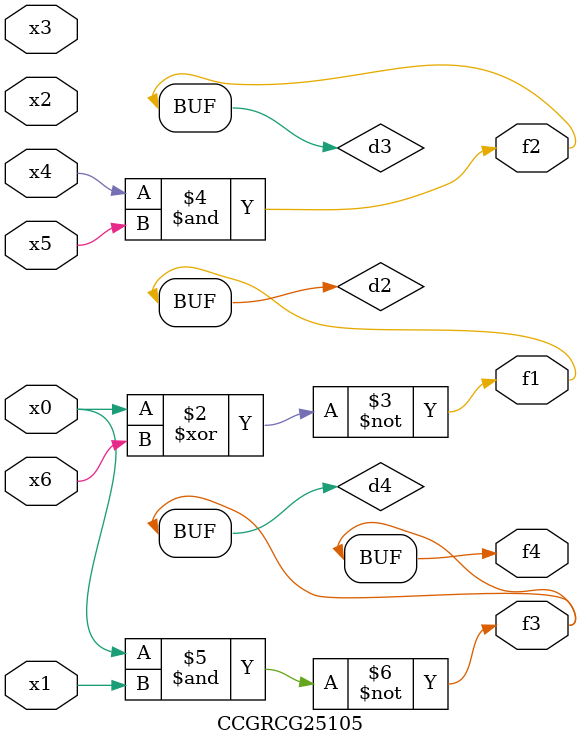
<source format=v>
module CCGRCG25105(
	input x0, x1, x2, x3, x4, x5, x6,
	output f1, f2, f3, f4
);

	wire d1, d2, d3, d4;

	nor (d1, x0);
	xnor (d2, x0, x6);
	and (d3, x4, x5);
	nand (d4, x0, x1);
	assign f1 = d2;
	assign f2 = d3;
	assign f3 = d4;
	assign f4 = d4;
endmodule

</source>
